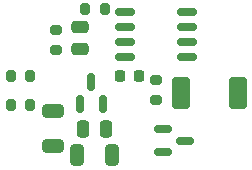
<source format=gbr>
%TF.GenerationSoftware,KiCad,Pcbnew,9.0.1*%
%TF.CreationDate,2025-06-02T23:11:01-07:00*%
%TF.ProjectId,vmon,766d6f6e-2e6b-4696-9361-645f70636258,rev?*%
%TF.SameCoordinates,PXe4e1c0PY121eac0*%
%TF.FileFunction,Paste,Top*%
%TF.FilePolarity,Positive*%
%FSLAX46Y46*%
G04 Gerber Fmt 4.6, Leading zero omitted, Abs format (unit mm)*
G04 Created by KiCad (PCBNEW 9.0.1) date 2025-06-02 23:11:01*
%MOMM*%
%LPD*%
G01*
G04 APERTURE LIST*
G04 Aperture macros list*
%AMRoundRect*
0 Rectangle with rounded corners*
0 $1 Rounding radius*
0 $2 $3 $4 $5 $6 $7 $8 $9 X,Y pos of 4 corners*
0 Add a 4 corners polygon primitive as box body*
4,1,4,$2,$3,$4,$5,$6,$7,$8,$9,$2,$3,0*
0 Add four circle primitives for the rounded corners*
1,1,$1+$1,$2,$3*
1,1,$1+$1,$4,$5*
1,1,$1+$1,$6,$7*
1,1,$1+$1,$8,$9*
0 Add four rect primitives between the rounded corners*
20,1,$1+$1,$2,$3,$4,$5,0*
20,1,$1+$1,$4,$5,$6,$7,0*
20,1,$1+$1,$6,$7,$8,$9,0*
20,1,$1+$1,$8,$9,$2,$3,0*%
G04 Aperture macros list end*
%ADD10RoundRect,0.200000X-0.200000X-0.275000X0.200000X-0.275000X0.200000X0.275000X-0.200000X0.275000X0*%
%ADD11RoundRect,0.250000X0.325000X0.650000X-0.325000X0.650000X-0.325000X-0.650000X0.325000X-0.650000X0*%
%ADD12RoundRect,0.200000X0.200000X0.275000X-0.200000X0.275000X-0.200000X-0.275000X0.200000X-0.275000X0*%
%ADD13RoundRect,0.250000X-0.500000X-1.100000X0.500000X-1.100000X0.500000X1.100000X-0.500000X1.100000X0*%
%ADD14RoundRect,0.150000X0.150000X-0.587500X0.150000X0.587500X-0.150000X0.587500X-0.150000X-0.587500X0*%
%ADD15RoundRect,0.150000X-0.675000X-0.150000X0.675000X-0.150000X0.675000X0.150000X-0.675000X0.150000X0*%
%ADD16RoundRect,0.200000X0.275000X-0.200000X0.275000X0.200000X-0.275000X0.200000X-0.275000X-0.200000X0*%
%ADD17RoundRect,0.250000X0.475000X-0.250000X0.475000X0.250000X-0.475000X0.250000X-0.475000X-0.250000X0*%
%ADD18RoundRect,0.225000X-0.225000X-0.250000X0.225000X-0.250000X0.225000X0.250000X-0.225000X0.250000X0*%
%ADD19RoundRect,0.150000X-0.587500X-0.150000X0.587500X-0.150000X0.587500X0.150000X-0.587500X0.150000X0*%
%ADD20RoundRect,0.250000X0.250000X0.475000X-0.250000X0.475000X-0.250000X-0.475000X0.250000X-0.475000X0*%
%ADD21RoundRect,0.250000X-0.650000X0.325000X-0.650000X-0.325000X0.650000X-0.325000X0.650000X0.325000X0*%
%ADD22RoundRect,0.200000X-0.275000X0.200000X-0.275000X-0.200000X0.275000X-0.200000X0.275000X0.200000X0*%
G04 APERTURE END LIST*
D10*
%TO.C,R1*%
X9675000Y-8050000D03*
X11325000Y-8050000D03*
%TD*%
D11*
%TO.C,C5*%
X18225000Y-14750000D03*
X15275000Y-14750000D03*
%TD*%
D12*
%TO.C,R5*%
X17650000Y-2400000D03*
X16000000Y-2400000D03*
%TD*%
D13*
%TO.C,D1*%
X24100000Y-9500000D03*
X28900000Y-9500000D03*
%TD*%
D14*
%TO.C,U2*%
X15550000Y-10437500D03*
X17450000Y-10437500D03*
X16500000Y-8562500D03*
%TD*%
D15*
%TO.C,U1*%
X19375000Y-2645000D03*
X19375000Y-3915000D03*
X19375000Y-5185000D03*
X19375000Y-6455000D03*
X24625000Y-6455000D03*
X24625000Y-5185000D03*
X24625000Y-3915000D03*
X24625000Y-2645000D03*
%TD*%
D16*
%TO.C,R2*%
X13500000Y-5825000D03*
X13500000Y-4175000D03*
%TD*%
D10*
%TO.C,R4*%
X9675000Y-10500000D03*
X11325000Y-10500000D03*
%TD*%
D17*
%TO.C,C1*%
X15500000Y-5787500D03*
X15500000Y-3887500D03*
%TD*%
D18*
%TO.C,C4*%
X18950000Y-8000000D03*
X20500000Y-8000000D03*
%TD*%
D19*
%TO.C,Q1*%
X22562500Y-12550000D03*
X22562500Y-14450000D03*
X24437500Y-13500000D03*
%TD*%
D20*
%TO.C,C3*%
X17700000Y-12500000D03*
X15800000Y-12500000D03*
%TD*%
D21*
%TO.C,C2*%
X13250000Y-11000000D03*
X13250000Y-13950000D03*
%TD*%
D22*
%TO.C,R3*%
X22000000Y-8375000D03*
X22000000Y-10025000D03*
%TD*%
M02*

</source>
